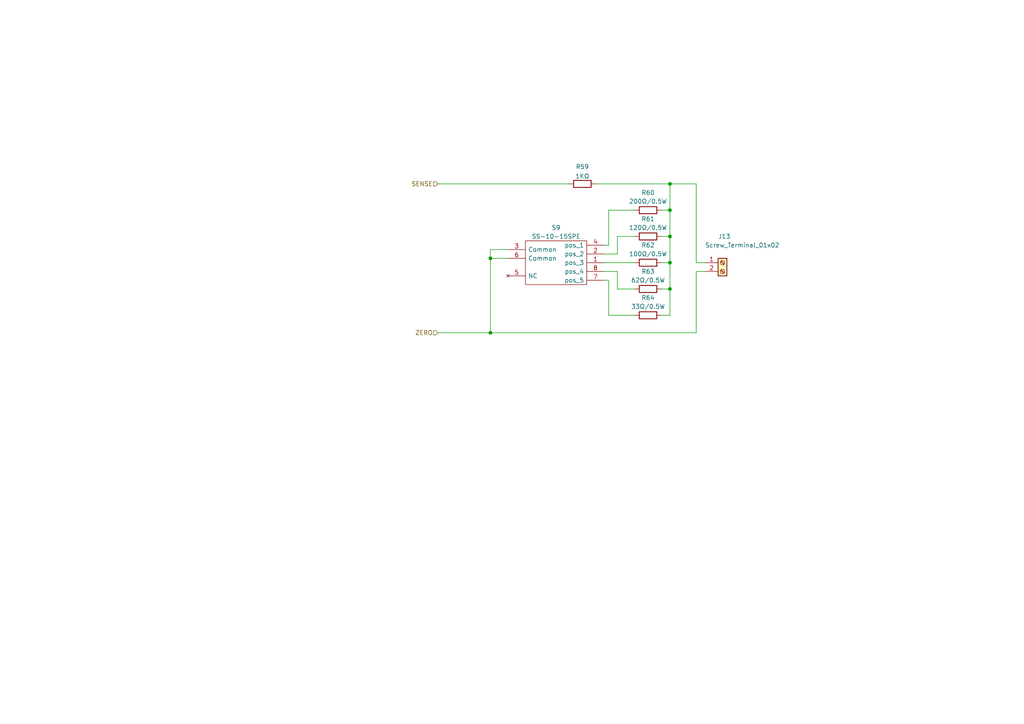
<source format=kicad_sch>
(kicad_sch (version 20211123) (generator eeschema)

  (uuid 5e1daee9-380b-4500-8f74-fe8561ac59c7)

  (paper "A4")

  (lib_symbols
    (symbol "Connector:Screw_Terminal_01x02" (pin_names (offset 1.016) hide) (in_bom yes) (on_board yes)
      (property "Reference" "J" (id 0) (at 0 2.54 0)
        (effects (font (size 1.27 1.27)))
      )
      (property "Value" "Screw_Terminal_01x02" (id 1) (at 0 -5.08 0)
        (effects (font (size 1.27 1.27)))
      )
      (property "Footprint" "" (id 2) (at 0 0 0)
        (effects (font (size 1.27 1.27)) hide)
      )
      (property "Datasheet" "~" (id 3) (at 0 0 0)
        (effects (font (size 1.27 1.27)) hide)
      )
      (property "ki_keywords" "screw terminal" (id 4) (at 0 0 0)
        (effects (font (size 1.27 1.27)) hide)
      )
      (property "ki_description" "Generic screw terminal, single row, 01x02, script generated (kicad-library-utils/schlib/autogen/connector/)" (id 5) (at 0 0 0)
        (effects (font (size 1.27 1.27)) hide)
      )
      (property "ki_fp_filters" "TerminalBlock*:*" (id 6) (at 0 0 0)
        (effects (font (size 1.27 1.27)) hide)
      )
      (symbol "Screw_Terminal_01x02_1_1"
        (rectangle (start -1.27 1.27) (end 1.27 -3.81)
          (stroke (width 0.254) (type default) (color 0 0 0 0))
          (fill (type background))
        )
        (circle (center 0 -2.54) (radius 0.635)
          (stroke (width 0.1524) (type default) (color 0 0 0 0))
          (fill (type none))
        )
        (polyline
          (pts
            (xy -0.5334 -2.2098)
            (xy 0.3302 -3.048)
          )
          (stroke (width 0.1524) (type default) (color 0 0 0 0))
          (fill (type none))
        )
        (polyline
          (pts
            (xy -0.5334 0.3302)
            (xy 0.3302 -0.508)
          )
          (stroke (width 0.1524) (type default) (color 0 0 0 0))
          (fill (type none))
        )
        (polyline
          (pts
            (xy -0.3556 -2.032)
            (xy 0.508 -2.8702)
          )
          (stroke (width 0.1524) (type default) (color 0 0 0 0))
          (fill (type none))
        )
        (polyline
          (pts
            (xy -0.3556 0.508)
            (xy 0.508 -0.3302)
          )
          (stroke (width 0.1524) (type default) (color 0 0 0 0))
          (fill (type none))
        )
        (circle (center 0 0) (radius 0.635)
          (stroke (width 0.1524) (type default) (color 0 0 0 0))
          (fill (type none))
        )
        (pin passive line (at -5.08 0 0) (length 3.81)
          (name "Pin_1" (effects (font (size 1.27 1.27))))
          (number "1" (effects (font (size 1.27 1.27))))
        )
        (pin passive line (at -5.08 -2.54 0) (length 3.81)
          (name "Pin_2" (effects (font (size 1.27 1.27))))
          (number "2" (effects (font (size 1.27 1.27))))
        )
      )
    )
    (symbol "Device:R" (pin_numbers hide) (pin_names (offset 0)) (in_bom yes) (on_board yes)
      (property "Reference" "R" (id 0) (at 2.032 0 90)
        (effects (font (size 1.27 1.27)))
      )
      (property "Value" "R" (id 1) (at 0 0 90)
        (effects (font (size 1.27 1.27)))
      )
      (property "Footprint" "" (id 2) (at -1.778 0 90)
        (effects (font (size 1.27 1.27)) hide)
      )
      (property "Datasheet" "~" (id 3) (at 0 0 0)
        (effects (font (size 1.27 1.27)) hide)
      )
      (property "ki_keywords" "R res resistor" (id 4) (at 0 0 0)
        (effects (font (size 1.27 1.27)) hide)
      )
      (property "ki_description" "Resistor" (id 5) (at 0 0 0)
        (effects (font (size 1.27 1.27)) hide)
      )
      (property "ki_fp_filters" "R_*" (id 6) (at 0 0 0)
        (effects (font (size 1.27 1.27)) hide)
      )
      (symbol "R_0_1"
        (rectangle (start -1.016 -2.54) (end 1.016 2.54)
          (stroke (width 0.254) (type default) (color 0 0 0 0))
          (fill (type none))
        )
      )
      (symbol "R_1_1"
        (pin passive line (at 0 3.81 270) (length 1.27)
          (name "~" (effects (font (size 1.27 1.27))))
          (number "1" (effects (font (size 1.27 1.27))))
        )
        (pin passive line (at 0 -3.81 90) (length 1.27)
          (name "~" (effects (font (size 1.27 1.27))))
          (number "2" (effects (font (size 1.27 1.27))))
        )
      )
    )
    (symbol "mylife-symbols:SS-10-15SPE" (pin_names (offset 0.762)) (in_bom yes) (on_board yes)
      (property "Reference" "S" (id 0) (at -1.27 10.16 0)
        (effects (font (size 1.27 1.27)) (justify left))
      )
      (property "Value" "SS-10-15SPE" (id 1) (at -6.35 7.62 0)
        (effects (font (size 1.27 1.27)) (justify left))
      )
      (property "Footprint" "SS1015SPE" (id 2) (at 24.13 2.54 0)
        (effects (font (size 1.27 1.27)) (justify left) hide)
      )
      (property "Datasheet" "https://www.nidec-copal-electronics.com/e/catalog/switch/ss-10&s-2050.pdf" (id 3) (at 24.13 0 0)
        (effects (font (size 1.27 1.27)) (justify left) hide)
      )
      (property "Description" "NIDEC COPAL ELECTRONICS - SS-10-15SPE - ROTARY SWITCH, SP5T, 0.1A, 5VDC, TH" (id 4) (at 24.13 -2.54 0)
        (effects (font (size 1.27 1.27)) (justify left) hide)
      )
      (property "Height" "7" (id 5) (at 24.13 -5.08 0)
        (effects (font (size 1.27 1.27)) (justify left) hide)
      )
      (property "Manufacturer_Name" "Copal Electronics" (id 6) (at 24.13 -7.62 0)
        (effects (font (size 1.27 1.27)) (justify left) hide)
      )
      (property "Manufacturer_Part_Number" "SS-10-15SPE" (id 7) (at 24.13 -10.16 0)
        (effects (font (size 1.27 1.27)) (justify left) hide)
      )
      (property "Mouser Part Number" "" (id 8) (at 24.13 -12.7 0)
        (effects (font (size 1.27 1.27)) (justify left) hide)
      )
      (property "Mouser Price/Stock" "" (id 9) (at 24.13 -15.24 0)
        (effects (font (size 1.27 1.27)) (justify left) hide)
      )
      (property "Arrow Part Number" "" (id 10) (at 24.13 -17.78 0)
        (effects (font (size 1.27 1.27)) (justify left) hide)
      )
      (property "Arrow Price/Stock" "" (id 11) (at 24.13 -20.32 0)
        (effects (font (size 1.27 1.27)) (justify left) hide)
      )
      (property "Mouser Testing Part Number" "" (id 12) (at 24.13 -22.86 0)
        (effects (font (size 1.27 1.27)) (justify left) hide)
      )
      (property "Mouser Testing Price/Stock" "" (id 13) (at 24.13 -25.4 0)
        (effects (font (size 1.27 1.27)) (justify left) hide)
      )
      (property "ki_description" "NIDEC COPAL ELECTRONICS - SS-10-15SPE - ROTARY SWITCH, SP5T, 0.1A, 5VDC, TH" (id 14) (at 0 0 0)
        (effects (font (size 1.27 1.27)) hide)
      )
      (symbol "SS-10-15SPE_0_0"
        (pin passive line (at 13.97 0 180) (length 5.08)
          (name "pos_3" (effects (font (size 1.27 1.27))))
          (number "1" (effects (font (size 1.27 1.27))))
        )
        (pin passive line (at 13.97 2.54 180) (length 5.08)
          (name "pos_2" (effects (font (size 1.27 1.27))))
          (number "2" (effects (font (size 1.27 1.27))))
        )
        (pin passive line (at -13.97 3.81 0) (length 5.08)
          (name "Common" (effects (font (size 1.27 1.27))))
          (number "3" (effects (font (size 1.27 1.27))))
        )
        (pin passive line (at 13.97 5.08 180) (length 5.08)
          (name "pos_1" (effects (font (size 1.27 1.27))))
          (number "4" (effects (font (size 1.27 1.27))))
        )
        (pin no_connect line (at -13.97 -3.81 0) (length 5.08)
          (name "NC" (effects (font (size 1.27 1.27))))
          (number "5" (effects (font (size 1.27 1.27))))
        )
        (pin passive line (at -13.97 1.27 0) (length 5.08)
          (name "Common" (effects (font (size 1.27 1.27))))
          (number "6" (effects (font (size 1.27 1.27))))
        )
        (pin passive line (at 13.97 -5.08 180) (length 5.08)
          (name "pos_5" (effects (font (size 1.27 1.27))))
          (number "7" (effects (font (size 1.27 1.27))))
        )
        (pin passive line (at 13.97 -2.54 180) (length 5.08)
          (name "pos_4" (effects (font (size 1.27 1.27))))
          (number "8" (effects (font (size 1.27 1.27))))
        )
      )
      (symbol "SS-10-15SPE_0_1"
        (polyline
          (pts
            (xy -8.89 6.35)
            (xy 8.89 6.35)
            (xy 8.89 -6.35)
            (xy -8.89 -6.35)
            (xy -8.89 6.35)
          )
          (stroke (width 0.1524) (type default) (color 0 0 0 0))
          (fill (type none))
        )
      )
    )
  )

  (junction (at 194.31 83.82) (diameter 0) (color 0 0 0 0)
    (uuid 0989f55e-b4dd-4c23-8ff7-032f3f3eac37)
  )
  (junction (at 194.31 68.58) (diameter 0) (color 0 0 0 0)
    (uuid 273fbfbc-d959-4125-b84c-dc2e74c0df7a)
  )
  (junction (at 194.31 53.34) (diameter 0) (color 0 0 0 0)
    (uuid 332b5faf-85b3-4076-9b11-4100c43e37a6)
  )
  (junction (at 194.31 76.2) (diameter 0) (color 0 0 0 0)
    (uuid 46faa16a-216b-4d79-9636-56b41b9e75df)
  )
  (junction (at 142.24 74.93) (diameter 0) (color 0 0 0 0)
    (uuid 66072683-8e7d-4248-b258-49c75d4b9566)
  )
  (junction (at 142.24 96.52) (diameter 0) (color 0 0 0 0)
    (uuid 879e9eb9-0b7f-426d-a3f6-b2fd1e53757f)
  )
  (junction (at 194.31 60.96) (diameter 0) (color 0 0 0 0)
    (uuid f0191684-3071-45b5-afc3-017821447ef4)
  )

  (wire (pts (xy 191.77 76.2) (xy 194.31 76.2))
    (stroke (width 0) (type default) (color 0 0 0 0))
    (uuid 00ad9c4b-4921-40e1-9621-313ba3867a75)
  )
  (wire (pts (xy 179.07 78.74) (xy 179.07 83.82))
    (stroke (width 0) (type default) (color 0 0 0 0))
    (uuid 09c3ad5f-e3a9-45bb-9b93-d2bfc92fac0b)
  )
  (wire (pts (xy 204.47 76.2) (xy 201.93 76.2))
    (stroke (width 0) (type default) (color 0 0 0 0))
    (uuid 0b553105-284a-4dae-a236-df3dae01a0cb)
  )
  (wire (pts (xy 176.53 60.96) (xy 176.53 71.12))
    (stroke (width 0) (type default) (color 0 0 0 0))
    (uuid 0ef53a09-c876-4e6c-9987-632ebfe5d765)
  )
  (wire (pts (xy 184.15 68.58) (xy 179.07 68.58))
    (stroke (width 0) (type default) (color 0 0 0 0))
    (uuid 10d937f3-e7b2-4ddd-a9d2-30abbc406b2f)
  )
  (wire (pts (xy 175.26 73.66) (xy 179.07 73.66))
    (stroke (width 0) (type default) (color 0 0 0 0))
    (uuid 23b5c077-f01b-4048-943d-f0b04d8cbe21)
  )
  (wire (pts (xy 184.15 60.96) (xy 176.53 60.96))
    (stroke (width 0) (type default) (color 0 0 0 0))
    (uuid 2fafdffe-5df2-4b1f-bc94-b0eb43f50e06)
  )
  (wire (pts (xy 194.31 91.44) (xy 194.31 83.82))
    (stroke (width 0) (type default) (color 0 0 0 0))
    (uuid 359d97a3-f9b3-4def-88cc-d67cc3d2485c)
  )
  (wire (pts (xy 194.31 76.2) (xy 194.31 83.82))
    (stroke (width 0) (type default) (color 0 0 0 0))
    (uuid 40b299bf-fc0c-44f5-981a-21fe5516c846)
  )
  (wire (pts (xy 191.77 91.44) (xy 194.31 91.44))
    (stroke (width 0) (type default) (color 0 0 0 0))
    (uuid 49d13dc3-d345-4134-8951-74370d467a49)
  )
  (wire (pts (xy 175.26 76.2) (xy 184.15 76.2))
    (stroke (width 0) (type default) (color 0 0 0 0))
    (uuid 4e818f6a-746c-4164-84a7-d2f26b384728)
  )
  (wire (pts (xy 194.31 53.34) (xy 194.31 60.96))
    (stroke (width 0) (type default) (color 0 0 0 0))
    (uuid 5713c771-d4d0-408c-a24c-2204ee4060ec)
  )
  (wire (pts (xy 176.53 91.44) (xy 184.15 91.44))
    (stroke (width 0) (type default) (color 0 0 0 0))
    (uuid 68f6b0a9-1e39-4302-ae1a-7a0483f16c5d)
  )
  (wire (pts (xy 179.07 68.58) (xy 179.07 73.66))
    (stroke (width 0) (type default) (color 0 0 0 0))
    (uuid 6c1393e7-cff5-4bc1-8d64-0c0ca69ee5ac)
  )
  (wire (pts (xy 142.24 74.93) (xy 142.24 96.52))
    (stroke (width 0) (type default) (color 0 0 0 0))
    (uuid 71152683-2198-46ee-ad9b-a2925c40cde7)
  )
  (wire (pts (xy 176.53 81.28) (xy 176.53 91.44))
    (stroke (width 0) (type default) (color 0 0 0 0))
    (uuid 74ae053b-686f-4577-8755-73a77e1b559a)
  )
  (wire (pts (xy 191.77 60.96) (xy 194.31 60.96))
    (stroke (width 0) (type default) (color 0 0 0 0))
    (uuid 7c54dde3-e2bc-413b-89ad-24ffb376614c)
  )
  (wire (pts (xy 194.31 83.82) (xy 191.77 83.82))
    (stroke (width 0) (type default) (color 0 0 0 0))
    (uuid 8160abaf-252c-4dd3-910c-34fe91c04bb0)
  )
  (wire (pts (xy 127 53.34) (xy 165.1 53.34))
    (stroke (width 0) (type default) (color 0 0 0 0))
    (uuid 91088751-0869-4160-98e1-d3f1a74285f1)
  )
  (wire (pts (xy 179.07 83.82) (xy 184.15 83.82))
    (stroke (width 0) (type default) (color 0 0 0 0))
    (uuid 99609e83-e952-4e93-a0af-afca72e1d9e3)
  )
  (wire (pts (xy 194.31 68.58) (xy 194.31 76.2))
    (stroke (width 0) (type default) (color 0 0 0 0))
    (uuid 9bc8dade-e658-4645-aa1d-714af1611bc9)
  )
  (wire (pts (xy 191.77 68.58) (xy 194.31 68.58))
    (stroke (width 0) (type default) (color 0 0 0 0))
    (uuid 9bf1ef6c-0fd2-45b3-a4b1-2e4afe129053)
  )
  (wire (pts (xy 204.47 78.74) (xy 201.93 78.74))
    (stroke (width 0) (type default) (color 0 0 0 0))
    (uuid a2da85cc-2c2e-4956-bb1e-1204b49afb6a)
  )
  (wire (pts (xy 142.24 72.39) (xy 142.24 74.93))
    (stroke (width 0) (type default) (color 0 0 0 0))
    (uuid a7236e94-0329-42b9-be93-82672d7507cb)
  )
  (wire (pts (xy 201.93 76.2) (xy 201.93 53.34))
    (stroke (width 0) (type default) (color 0 0 0 0))
    (uuid b06aaf12-f171-48c8-b0e2-f23001d9e22c)
  )
  (wire (pts (xy 175.26 81.28) (xy 176.53 81.28))
    (stroke (width 0) (type default) (color 0 0 0 0))
    (uuid b32face3-6a09-493e-a59d-ec6310cc7169)
  )
  (wire (pts (xy 175.26 71.12) (xy 176.53 71.12))
    (stroke (width 0) (type default) (color 0 0 0 0))
    (uuid b7875607-330a-4f81-b3d9-96178391cbbc)
  )
  (wire (pts (xy 142.24 72.39) (xy 147.32 72.39))
    (stroke (width 0) (type default) (color 0 0 0 0))
    (uuid b88621ad-382e-46af-8fbb-2174867d01b4)
  )
  (wire (pts (xy 142.24 96.52) (xy 201.93 96.52))
    (stroke (width 0) (type default) (color 0 0 0 0))
    (uuid bbb57f15-20ad-4b3f-8445-d6885eae2819)
  )
  (wire (pts (xy 194.31 53.34) (xy 201.93 53.34))
    (stroke (width 0) (type default) (color 0 0 0 0))
    (uuid bc70da47-93c0-4fc8-8bae-c9f40b3332f2)
  )
  (wire (pts (xy 201.93 78.74) (xy 201.93 96.52))
    (stroke (width 0) (type default) (color 0 0 0 0))
    (uuid c91adfa3-59db-41ae-8031-c0a1457a6482)
  )
  (wire (pts (xy 142.24 74.93) (xy 147.32 74.93))
    (stroke (width 0) (type default) (color 0 0 0 0))
    (uuid edb52c05-47c9-45da-9304-e2c203268f0f)
  )
  (wire (pts (xy 172.72 53.34) (xy 194.31 53.34))
    (stroke (width 0) (type default) (color 0 0 0 0))
    (uuid f3da946c-8ca1-4058-b4d3-0e755c03830d)
  )
  (wire (pts (xy 175.26 78.74) (xy 179.07 78.74))
    (stroke (width 0) (type default) (color 0 0 0 0))
    (uuid f940d149-805b-4c11-a47d-297f93b3bf1b)
  )
  (wire (pts (xy 194.31 60.96) (xy 194.31 68.58))
    (stroke (width 0) (type default) (color 0 0 0 0))
    (uuid fdcec003-ded1-4ce5-a867-c92acd65c664)
  )
  (wire (pts (xy 127 96.52) (xy 142.24 96.52))
    (stroke (width 0) (type default) (color 0 0 0 0))
    (uuid ff6221e4-9669-4007-b69d-3861d7d6cdf6)
  )

  (hierarchical_label "ZERO" (shape input) (at 127 96.52 180)
    (effects (font (size 1.27 1.27)) (justify right))
    (uuid 42a939cf-50d8-4288-84b4-65e32aa0027d)
  )
  (hierarchical_label "SENSE" (shape input) (at 127 53.34 180)
    (effects (font (size 1.27 1.27)) (justify right))
    (uuid f3f606c4-fb4e-4e75-8caf-347eaaa3f5c3)
  )

  (symbol (lib_id "Device:R") (at 187.96 68.58 270)
    (in_bom yes) (on_board yes)
    (uuid 23aa9981-8f7c-41cd-bff0-2c4916f0c5d6)
    (property "Reference" "R61" (id 0) (at 187.96 63.5 90))
    (property "Value" "120Ω/0.5W" (id 1) (at 187.96 66.04 90))
    (property "Footprint" "Resistor_SMD:R_0805_2012Metric" (id 2) (at 187.96 66.802 90)
      (effects (font (size 1.27 1.27)) hide)
    )
    (property "Datasheet" "https://datasheet.lcsc.com/lcsc/2005182016_PANASONIC-ERJP06F1200V_C543533.pdf" (id 3) (at 187.96 68.58 0)
      (effects (font (size 1.27 1.27)) hide)
    )
    (property "LCSC" "C543533" (id 4) (at 187.96 68.58 0)
      (effects (font (size 1.27 1.27)) hide)
    )
    (pin "1" (uuid 538f6011-4342-45ce-a303-25ec826ff7d3))
    (pin "2" (uuid 2b02489e-f184-4bbf-b000-4452b895cd9d))
  )

  (symbol (lib_id "Device:R") (at 187.96 83.82 270)
    (in_bom yes) (on_board yes)
    (uuid 24571be1-1cbd-4184-93fe-0f444cacea69)
    (property "Reference" "R63" (id 0) (at 187.96 78.74 90))
    (property "Value" "62Ω/0.5W" (id 1) (at 187.96 81.28 90))
    (property "Footprint" "Resistor_SMD:R_0805_2012Metric" (id 2) (at 187.96 82.042 90)
      (effects (font (size 1.27 1.27)) hide)
    )
    (property "Datasheet" "https://datasheet.lcsc.com/lcsc/2007231205_UNI-ROYAL-Uniroyal-Elec-AS05W2J0620T5E_C560547.pdf" (id 3) (at 187.96 83.82 0)
      (effects (font (size 1.27 1.27)) hide)
    )
    (property "LCSC" "C560547" (id 4) (at 187.96 83.82 0)
      (effects (font (size 1.27 1.27)) hide)
    )
    (pin "1" (uuid f43b072f-c70c-4e06-bdaa-4ecff48779b6))
    (pin "2" (uuid 56b303fe-80ed-4d76-9871-6884b9d7d496))
  )

  (symbol (lib_id "Device:R") (at 168.91 53.34 90)
    (in_bom yes) (on_board yes) (fields_autoplaced)
    (uuid 62d78ce3-70af-465b-96ea-c9c3bb91f9a9)
    (property "Reference" "R59" (id 0) (at 168.91 48.3575 90))
    (property "Value" "1KΩ" (id 1) (at 168.91 51.1326 90))
    (property "Footprint" "Resistor_SMD:R_0603_1608Metric" (id 2) (at 168.91 55.118 90)
      (effects (font (size 1.27 1.27)) hide)
    )
    (property "Datasheet" "https://datasheet.lcsc.com/lcsc/2206010130_UNI-ROYAL-Uniroyal-Elec-0603WAF1001T5E_C21190.pdf" (id 3) (at 168.91 53.34 0)
      (effects (font (size 1.27 1.27)) hide)
    )
    (property "LCSC" "C21190" (id 4) (at 168.91 53.34 0)
      (effects (font (size 1.27 1.27)) hide)
    )
    (pin "1" (uuid ed232167-65af-42c1-875a-a044220735e5))
    (pin "2" (uuid 908dfb39-b10c-4894-9eef-eb71df06f0fe))
  )

  (symbol (lib_id "Connector:Screw_Terminal_01x02") (at 209.55 76.2 0)
    (in_bom yes) (on_board yes)
    (uuid 73f404dd-57e9-4ab3-9c4f-c92cfa5981fb)
    (property "Reference" "J13" (id 0) (at 208.28 68.58 0)
      (effects (font (size 1.27 1.27)) (justify left))
    )
    (property "Value" "Screw_Terminal_01x02" (id 1) (at 204.47 71.12 0)
      (effects (font (size 1.27 1.27)) (justify left))
    )
    (property "Footprint" "mylife-footprints:RS PRO Terminal Small x2" (id 2) (at 209.55 76.2 0)
      (effects (font (size 1.27 1.27)) hide)
    )
    (property "Datasheet" "https://docs.rs-online.com/90f4/0900766b8157c7e9.pdf" (id 3) (at 209.55 76.2 0)
      (effects (font (size 1.27 1.27)) hide)
    )
    (pin "1" (uuid a10058ce-d010-486e-8510-4c9519994281))
    (pin "2" (uuid 87d7b57e-35bc-400d-8c1b-47a03bf83b27))
  )

  (symbol (lib_id "Device:R") (at 187.96 60.96 270)
    (in_bom yes) (on_board yes)
    (uuid a7017744-e9d6-433d-9485-7b87c45b1333)
    (property "Reference" "R60" (id 0) (at 187.96 55.88 90))
    (property "Value" "200Ω/0.5W" (id 1) (at 187.96 58.42 90))
    (property "Footprint" "Resistor_SMD:R_0805_2012Metric" (id 2) (at 187.96 59.182 90)
      (effects (font (size 1.27 1.27)) hide)
    )
    (property "Datasheet" "https://datasheet.lcsc.com/lcsc/2007231205_UNI-ROYAL-Uniroyal-Elec-AS05W2J0201T5E_C560506.pdf" (id 3) (at 187.96 60.96 0)
      (effects (font (size 1.27 1.27)) hide)
    )
    (property "LCSC" "C560506" (id 4) (at 187.96 60.96 0)
      (effects (font (size 1.27 1.27)) hide)
    )
    (pin "1" (uuid 20257aac-da99-490d-86fe-e63b41651d89))
    (pin "2" (uuid 070a293a-457a-4c00-a5d7-abac0ed55bd4))
  )

  (symbol (lib_id "mylife-symbols:SS-10-15SPE") (at 161.29 76.2 0)
    (in_bom yes) (on_board yes)
    (uuid acb1c056-072a-408a-bb22-d9eadd732c4c)
    (property "Reference" "S9" (id 0) (at 161.29 66.04 0))
    (property "Value" "SS-10-15SPE" (id 1) (at 161.29 68.58 0))
    (property "Footprint" "SS1015SPE" (id 2) (at 185.42 73.66 0)
      (effects (font (size 1.27 1.27)) (justify left) hide)
    )
    (property "Datasheet" "https://www.nidec-copal-electronics.com/e/catalog/switch/ss-10&s-2050.pdf" (id 3) (at 185.42 76.2 0)
      (effects (font (size 1.27 1.27)) (justify left) hide)
    )
    (property "Description" "NIDEC COPAL ELECTRONICS - SS-10-15SPE - ROTARY SWITCH, SP5T, 0.1A, 5VDC, TH" (id 4) (at 185.42 78.74 0)
      (effects (font (size 1.27 1.27)) (justify left) hide)
    )
    (property "Height" "7" (id 5) (at 185.42 81.28 0)
      (effects (font (size 1.27 1.27)) (justify left) hide)
    )
    (property "Manufacturer_Name" "Copal Electronics" (id 6) (at 185.42 83.82 0)
      (effects (font (size 1.27 1.27)) (justify left) hide)
    )
    (property "Manufacturer_Part_Number" "SS-10-15SPE" (id 7) (at 185.42 86.36 0)
      (effects (font (size 1.27 1.27)) (justify left) hide)
    )
    (property "Mouser Part Number" "" (id 8) (at 185.42 88.9 0)
      (effects (font (size 1.27 1.27)) (justify left) hide)
    )
    (property "Mouser Price/Stock" "" (id 9) (at 185.42 91.44 0)
      (effects (font (size 1.27 1.27)) (justify left) hide)
    )
    (property "Arrow Part Number" "" (id 10) (at 185.42 93.98 0)
      (effects (font (size 1.27 1.27)) (justify left) hide)
    )
    (property "Arrow Price/Stock" "" (id 11) (at 185.42 96.52 0)
      (effects (font (size 1.27 1.27)) (justify left) hide)
    )
    (property "Mouser Testing Part Number" "" (id 12) (at 185.42 99.06 0)
      (effects (font (size 1.27 1.27)) (justify left) hide)
    )
    (property "Mouser Testing Price/Stock" "" (id 13) (at 185.42 101.6 0)
      (effects (font (size 1.27 1.27)) (justify left) hide)
    )
    (pin "1" (uuid afc5f493-e4c7-4a7e-91ca-7829b912a44e))
    (pin "2" (uuid d2a51ab8-87f6-45a5-af73-2506f338456e))
    (pin "3" (uuid a3d0b657-8288-4493-8b1a-0f7c5cf670c8))
    (pin "4" (uuid d3b1c7fb-5b6a-4d1a-ae00-258881737cf3))
    (pin "5" (uuid 69b756a3-12a8-42b0-8021-0e5a4af9ef03))
    (pin "6" (uuid 2fd3affb-2e75-45fa-9d9f-59210bdb084d))
    (pin "7" (uuid 26ba2f46-130d-4a69-ac1f-d3ba99b6ab50))
    (pin "8" (uuid aa706075-04f2-4da4-98e5-d7d88cd7820f))
  )

  (symbol (lib_id "Device:R") (at 187.96 91.44 270)
    (in_bom yes) (on_board yes)
    (uuid b5cdc391-3f2b-4bf0-8dd2-b19d42568b02)
    (property "Reference" "R64" (id 0) (at 187.96 86.36 90))
    (property "Value" "33Ω/0.5W" (id 1) (at 187.96 88.9 90))
    (property "Footprint" "Resistor_SMD:R_0805_2012Metric" (id 2) (at 187.96 89.662 90)
      (effects (font (size 1.27 1.27)) hide)
    )
    (property "Datasheet" "https://datasheet.lcsc.com/lcsc/2007231205_UNI-ROYAL-Uniroyal-Elec-AS05W2J0330T5E_C560522.pdf" (id 3) (at 187.96 91.44 0)
      (effects (font (size 1.27 1.27)) hide)
    )
    (property "LCSC" "C560522" (id 4) (at 187.96 91.44 0)
      (effects (font (size 1.27 1.27)) hide)
    )
    (pin "1" (uuid 554057a4-bd96-4eed-bb69-a9078566b895))
    (pin "2" (uuid 841f5031-e325-42c1-b00e-24b2e7ad2bbc))
  )

  (symbol (lib_id "Device:R") (at 187.96 76.2 270)
    (in_bom yes) (on_board yes)
    (uuid c0a49e74-8ad3-4d94-9412-b784e5b65b2f)
    (property "Reference" "R62" (id 0) (at 187.96 71.12 90))
    (property "Value" "100Ω/0.5W" (id 1) (at 187.96 73.66 90))
    (property "Footprint" "Resistor_SMD:R_0805_2012Metric" (id 2) (at 187.96 74.422 90)
      (effects (font (size 1.27 1.27)) hide)
    )
    (property "Datasheet" "https://datasheet.lcsc.com/lcsc/1912111437_PANASONIC-ERJP06J101V_C417003.pdf" (id 3) (at 187.96 76.2 0)
      (effects (font (size 1.27 1.27)) hide)
    )
    (property "LCSC" "C417003" (id 4) (at 187.96 76.2 0)
      (effects (font (size 1.27 1.27)) hide)
    )
    (pin "1" (uuid 21d631be-ea5d-4bb1-afd3-28316a8f3b54))
    (pin "2" (uuid 018d0568-fbe3-4204-a089-ae6c980af8f0))
  )
)

</source>
